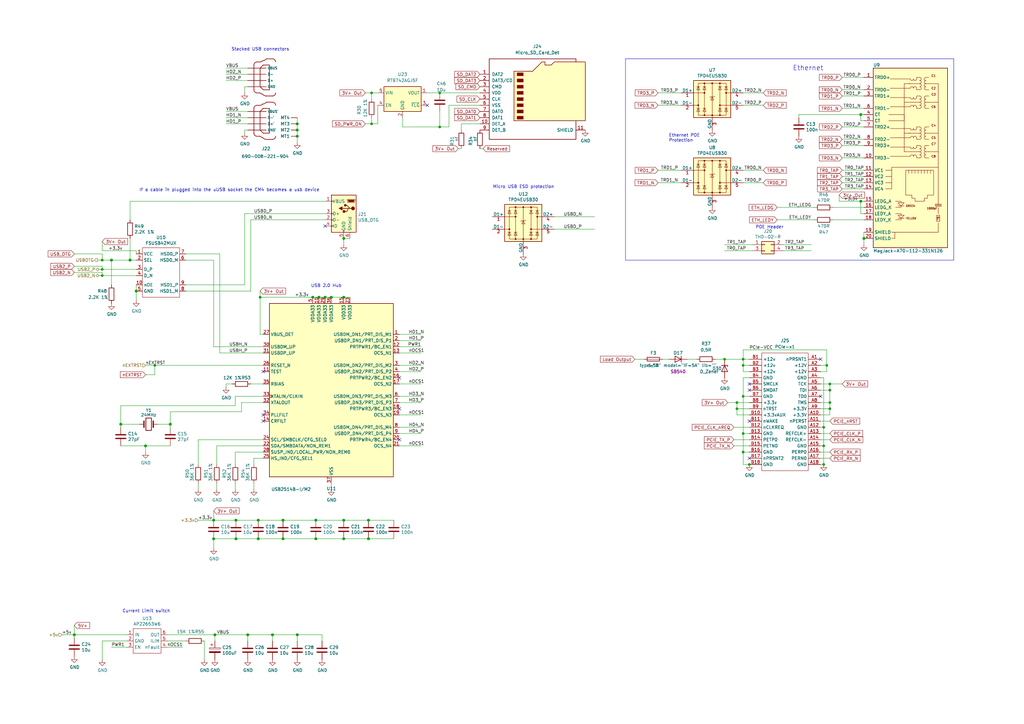
<source format=kicad_sch>
(kicad_sch (version 20211123) (generator eeschema)
  (paper "A3")
  (junction (at 30.48 260.35) (diameter 1.016))
  (junction (at 133.35 121.92) (diameter 1.016))
  (junction (at 337.82 182.88))
  (junction (at 121.92 53.34) (diameter 1.016))
  (junction (at 55.88 119.38) (diameter 1.016))
  (junction (at 353.06 82.55) (diameter 1.016))
  (junction (at 152.4 50.8))
  (junction (at 105.918 220.98) (diameter 1.016))
  (junction (at 304.8 185.42))
  (junction (at 297.18 147.32))
  (junction (at 69.85 173.99) (diameter 1.016))
  (junction (at 87.63 213.36) (diameter 1.016))
  (junction (at 340.36 165.1))
  (junction (at 45.72 106.68) (diameter 1.016))
  (junction (at 354.33 97.79) (diameter 1.016))
  (junction (at 41.91 113.03))
  (junction (at 337.82 175.26))
  (junction (at 152.4 38.1))
  (junction (at 304.8 147.32))
  (junction (at 140.97 121.92) (diameter 1.016))
  (junction (at 106.68 121.92))
  (junction (at 53.34 106.68) (diameter 1.016))
  (junction (at 140.97 213.36) (diameter 1.016))
  (junction (at 340.36 157.48))
  (junction (at 337.82 190.5))
  (junction (at 353.06 46.99) (diameter 1.016))
  (junction (at 49.53 173.99) (diameter 1.016))
  (junction (at 304.8 149.86))
  (junction (at 304.8 162.56))
  (junction (at 41.91 110.49))
  (junction (at 129.54 220.98) (diameter 1.016))
  (junction (at 121.92 55.88) (diameter 1.016))
  (junction (at 105.918 213.36) (diameter 1.016))
  (junction (at 87.63 220.98) (diameter 1.016))
  (junction (at 339.09 149.86))
  (junction (at 302.26 167.64))
  (junction (at 96.774 220.98) (diameter 1.016))
  (junction (at 128.27 121.92) (diameter 1.016))
  (junction (at 121.92 50.8) (diameter 1.016))
  (junction (at 340.36 167.64))
  (junction (at 151.13 213.36) (diameter 1.016))
  (junction (at 151.13 220.98) (diameter 1.016))
  (junction (at 41.91 106.68))
  (junction (at 116.078 213.36) (diameter 1.016))
  (junction (at 135.89 121.92) (diameter 1.016))
  (junction (at 63.5 149.86))
  (junction (at 180.34 38.1))
  (junction (at 140.97 97.79) (diameter 1.016))
  (junction (at 88.138 260.35) (diameter 1.016))
  (junction (at 129.54 213.36) (diameter 1.016))
  (junction (at 116.078 220.98) (diameter 1.016))
  (junction (at 96.774 213.36) (diameter 1.016))
  (junction (at 302.26 165.1))
  (junction (at 304.8 177.8))
  (junction (at 101.6 260.35) (diameter 1.016))
  (junction (at 140.97 220.98) (diameter 1.016))
  (junction (at 130.81 121.92) (diameter 1.016))
  (junction (at 121.92 260.35) (diameter 1.016))
  (junction (at 307.34 190.5))
  (junction (at 111.76 260.35) (diameter 1.016))
  (junction (at 59.69 182.88) (diameter 1.016))
  (junction (at 340.36 160.02))
  (junction (at 180.34 52.07))
  (no_connect (at 107.95 152.4))
  (no_connect (at 175.26 43.18))
  (no_connect (at 163.83 154.94))
  (no_connect (at 163.83 167.64))
  (no_connect (at 336.55 162.56))
  (no_connect (at 307.34 187.96))
  (no_connect (at 307.34 172.72))
  (no_connect (at 336.55 147.32))
  (no_connect (at 307.34 160.02))
  (no_connect (at 307.34 157.48))
  (no_connect (at 133.35 92.71))
  (no_connect (at 107.95 172.72))
  (no_connect (at 163.83 180.34))
  (no_connect (at 107.95 170.18))
  (wire (pts (xy 227.33 88.9) (xy 243.84 88.9)))
  (wire (pts (xy 121.92 260.35) (xy 132.08 260.35)))
  (wire (pts (xy 88.9 182.88) (xy 107.95 182.88)))
  (wire (pts (xy 111.76 260.35) (xy 111.76 262.89)))
  (wire (pts (xy 340.36 167.64) (xy 340.36 165.1)))
  (wire (pts (xy 96.52 162.56) (xy 107.95 162.56)))
  (wire (pts (xy 100.33 35.56) (xy 100.33 38.1)))
  (wire (pts (xy 121.92 260.35) (xy 121.92 262.89)))
  (wire (pts (xy 354.33 87.63) (xy 353.06 87.63)))
  (wire (pts (xy 163.83 162.56) (xy 172.72 162.56)))
  (wire (pts (xy 64.77 173.99) (xy 69.85 173.99)))
  (wire (pts (xy 318.77 90.17) (xy 334.01 90.17)))
  (wire (pts (xy 180.34 38.1) (xy 196.85 38.1)))
  (wire (pts (xy 53.34 90.17) (xy 53.34 82.55)))
  (wire (pts (xy 76.2 116.84) (xy 100.33 116.84)))
  (wire (pts (xy 81.28 180.34) (xy 107.95 180.34)))
  (wire (pts (xy 339.09 149.86) (xy 336.55 149.86)))
  (wire (pts (xy 304.8 190.5) (xy 307.34 190.5)))
  (wire (pts (xy 25.4 260.35) (xy 30.48 260.35)))
  (wire (pts (xy 304.8 43.18) (xy 313.055 43.18)))
  (wire (pts (xy 198.12 60.96) (xy 196.85 60.96)))
  (wire (pts (xy 341.63 85.09) (xy 354.33 85.09)))
  (wire (pts (xy 163.83 149.86) (xy 172.72 149.86)))
  (wire (pts (xy 345.44 39.37) (xy 354.33 39.37)))
  (wire (pts (xy 53.34 97.79) (xy 53.34 106.68)))
  (wire (pts (xy 102.87 157.48) (xy 107.95 157.48)))
  (wire (pts (xy 340.36 160.02) (xy 340.36 157.48)))
  (wire (pts (xy 337.82 154.94) (xy 337.82 175.26)))
  (wire (pts (xy 102.87 119.38) (xy 102.87 90.17)))
  (wire (pts (xy 105.918 213.36) (xy 116.078 213.36)))
  (wire (pts (xy 116.078 220.98) (xy 129.54 220.98)))
  (wire (pts (xy 304.8 149.86) (xy 307.34 149.86)))
  (wire (pts (xy 30.48 261.62) (xy 30.48 260.35)))
  (wire (pts (xy 133.35 121.92) (xy 135.89 121.92)))
  (wire (pts (xy 41.91 113.03) (xy 55.88 113.03)))
  (wire (pts (xy 104.14 190.5) (xy 104.14 187.96)))
  (wire (pts (xy 307.34 177.8) (xy 304.8 177.8)))
  (wire (pts (xy 340.36 180.34) (xy 336.55 180.34)))
  (wire (pts (xy 353.06 49.53) (xy 353.06 46.99)))
  (wire (pts (xy 104.14 198.12) (xy 104.14 200.66)))
  (wire (pts (xy 163.83 137.16) (xy 172.72 137.16)))
  (wire (pts (xy 336.55 152.4) (xy 339.09 152.4)))
  (wire (pts (xy 96.52 185.42) (xy 107.95 185.42)))
  (wire (pts (xy 304.8 185.42) (xy 304.8 190.5)))
  (wire (pts (xy 41.91 110.49) (xy 55.88 110.49)))
  (wire (pts (xy 88.138 260.35) (xy 101.6 260.35)))
  (wire (pts (xy 307.34 185.42) (xy 304.8 185.42)))
  (wire (pts (xy 107.95 137.16) (xy 106.68 137.16)))
  (wire (pts (xy 121.92 53.34) (xy 121.92 55.88)))
  (wire (pts (xy 55.88 116.84) (xy 55.88 119.38)))
  (wire (pts (xy 69.85 173.99) (xy 69.85 175.26)))
  (wire (pts (xy 140.97 220.98) (xy 151.13 220.98)))
  (wire (pts (xy 121.92 48.26) (xy 121.92 50.8)))
  (wire (pts (xy 304.8 152.4) (xy 304.8 149.86)))
  (wire (pts (xy 163.83 177.8) (xy 172.72 177.8)))
  (wire (pts (xy 180.34 52.07) (xy 180.34 45.72)))
  (wire (pts (xy 59.69 153.67) (xy 63.5 153.67)))
  (wire (pts (xy 76.2 104.14) (xy 90.17 104.14)))
  (wire (pts (xy 49.53 166.37) (xy 49.53 173.99)))
  (wire (pts (xy 152.4 48.26) (xy 152.4 50.8)))
  (wire (pts (xy 76.2 106.68) (xy 87.63 106.68)))
  (wire (pts (xy 90.17 144.78) (xy 107.95 144.78)))
  (wire (pts (xy 116.078 213.36) (xy 129.54 213.36)))
  (wire (pts (xy 269.875 69.85) (xy 279.4 69.85)))
  (wire (pts (xy 68.58 260.35) (xy 88.138 260.35)))
  (wire (pts (xy 321.31 102.87) (xy 332.74 102.87)))
  (wire (pts (xy 104.14 187.96) (xy 107.95 187.96)))
  (wire (pts (xy 163.83 182.88) (xy 172.72 182.88)))
  (wire (pts (xy 302.26 170.18) (xy 302.26 167.64)))
  (wire (pts (xy 96.52 190.5) (xy 96.52 185.42)))
  (wire (pts (xy 336.55 157.48) (xy 340.36 157.48)))
  (wire (pts (xy 152.4 50.8) (xy 149.86 50.8)))
  (wire (pts (xy 101.6 35.56) (xy 100.33 35.56)))
  (wire (pts (xy 41.91 99.06) (xy 41.91 102.87)))
  (wire (pts (xy 339.09 149.86) (xy 339.09 143.51)))
  (wire (pts (xy 163.83 139.7) (xy 172.72 139.7)))
  (wire (pts (xy 345.44 44.45) (xy 354.33 44.45)))
  (wire (pts (xy 154.94 43.18) (xy 154.94 50.8)))
  (wire (pts (xy 95.25 157.48) (xy 92.71 157.48)))
  (wire (pts (xy 87.63 224.79) (xy 87.63 220.98)))
  (wire (pts (xy 111.76 260.35) (xy 121.92 260.35)))
  (wire (pts (xy 68.58 262.89) (xy 76.2 262.89)))
  (wire (pts (xy 307.34 152.4) (xy 304.8 152.4)))
  (wire (pts (xy 106.68 121.92) (xy 128.27 121.92)))
  (wire (pts (xy 165.1 48.26) (xy 165.1 52.07)))
  (wire (pts (xy 30.48 256.54) (xy 30.48 260.35)))
  (wire (pts (xy 302.26 167.64) (xy 302.26 165.1)))
  (wire (pts (xy 88.9 198.12) (xy 88.9 200.66)))
  (wire (pts (xy 49.53 182.88) (xy 59.69 182.88)))
  (wire (pts (xy 81.28 190.5) (xy 81.28 180.34)))
  (wire (pts (xy 336.55 165.1) (xy 340.36 165.1)))
  (wire (pts (xy 40.005 106.68) (xy 41.91 106.68)))
  (wire (pts (xy 307.34 170.18) (xy 302.26 170.18)))
  (wire (pts (xy 105.918 220.98) (xy 116.078 220.98)))
  (wire (pts (xy 101.6 260.35) (xy 111.76 260.35)))
  (wire (pts (xy 135.89 121.92) (xy 140.97 121.92)))
  (wire (pts (xy 184.15 43.18) (xy 184.15 52.07)))
  (wire (pts (xy 135.89 198.12) (xy 135.89 200.66)))
  (wire (pts (xy 293.37 147.32) (xy 297.18 147.32)))
  (wire (pts (xy 30.48 260.35) (xy 52.07 260.35)))
  (wire (pts (xy 121.92 55.88) (xy 121.92 58.42)))
  (wire (pts (xy 163.83 165.1) (xy 172.72 165.1)))
  (wire (pts (xy 154.94 50.8) (xy 152.4 50.8)))
  (wire (pts (xy 300.99 182.88) (xy 307.34 182.88)))
  (wire (pts (xy 302.26 165.1) (xy 307.34 165.1)))
  (wire (pts (xy 45.72 106.68) (xy 45.72 116.84)))
  (wire (pts (xy 121.92 50.8) (xy 121.92 53.34)))
  (wire (pts (xy 100.33 87.63) (xy 133.35 87.63)))
  (wire (pts (xy 106.68 137.16) (xy 106.68 121.92)))
  (wire (pts (xy 151.13 220.98) (xy 161.544 220.98)))
  (wire (pts (xy 63.5 149.86) (xy 107.95 149.86)))
  (wire (pts (xy 100.33 116.84) (xy 100.33 87.63)))
  (wire (pts (xy 353.06 82.55) (xy 354.33 82.55)))
  (wire (pts (xy 300.99 180.34) (xy 307.34 180.34)))
  (wire (pts (xy 340.36 170.18) (xy 340.36 167.64)))
  (wire (pts (xy 340.36 187.96) (xy 336.55 187.96)))
  (wire (pts (xy 81.28 198.12) (xy 81.28 200.66)))
  (wire (pts (xy 300.99 175.26) (xy 307.34 175.26)))
  (wire (pts (xy 106.68 119.38) (xy 106.68 121.92)))
  (wire (pts (xy 101.6 262.89) (xy 101.6 260.35)))
  (wire (pts (xy 269.875 43.18) (xy 279.4 43.18)))
  (wire (pts (xy 96.774 213.36) (xy 105.918 213.36)))
  (wire (pts (xy 337.82 182.88) (xy 337.82 175.26)))
  (wire (pts (xy 187.96 60.96) (xy 189.23 60.96)))
  (wire (pts (xy 302.26 167.64) (xy 307.34 167.64)))
  (wire (pts (xy 165.1 52.07) (xy 180.34 52.07)))
  (wire (pts (xy 345.44 74.93) (xy 354.33 74.93)))
  (wire (pts (xy 92.71 157.48) (xy 92.71 158.75)))
  (wire (pts (xy 41.91 104.14) (xy 41.91 106.68)))
  (wire (pts (xy 132.08 262.89) (xy 132.08 260.35)))
  (wire (pts (xy 87.63 209.55) (xy 87.63 213.36)))
  (wire (pts (xy 41.91 109.22) (xy 41.91 110.49)))
  (wire (pts (xy 59.69 182.88) (xy 59.69 185.42)))
  (wire (pts (xy 100.33 53.34) (xy 100.33 54.61)))
  (wire (pts (xy 55.88 106.68) (xy 53.34 106.68)))
  (wire (pts (xy 307.34 147.32) (xy 304.8 147.32)))
  (wire (pts (xy 304.8 38.1) (xy 313.055 38.1)))
  (wire (pts (xy 55.88 104.14) (xy 55.88 102.87)))
  (wire (pts (xy 140.97 97.79) (xy 143.51 97.79)))
  (wire (pts (xy 227.33 93.98) (xy 243.84 93.98)))
  (wire (pts (xy 340.36 172.72) (xy 336.55 172.72)))
  (wire (pts (xy 151.13 213.36) (xy 161.544 213.36)))
  (wire (pts (xy 92.71 33.02) (xy 101.6 33.02)))
  (wire (pts (xy 45.72 265.43) (xy 52.07 265.43)))
  (wire (pts (xy 340.36 177.8) (xy 336.55 177.8)))
  (wire (pts (xy 102.87 90.17) (xy 133.35 90.17)))
  (wire (pts (xy 149.86 38.1) (xy 152.4 38.1)))
  (wire (pts (xy 88.138 260.35) (xy 88.138 262.89)))
  (wire (pts (xy 337.82 175.26) (xy 336.55 175.26)))
  (wire (pts (xy 304.8 74.93) (xy 313.055 74.93)))
  (wire (pts (xy 304.8 162.56) (xy 304.8 177.8)))
  (wire (pts (xy 339.09 143.51) (xy 304.8 143.51)))
  (wire (pts (xy 318.77 85.09) (xy 334.01 85.09)))
  (wire (pts (xy 336.55 170.18) (xy 340.36 170.18)))
  (wire (pts (xy 41.91 106.68) (xy 45.72 106.68)))
  (wire (pts (xy 129.54 213.36) (xy 140.97 213.36)))
  (wire (pts (xy 30.48 111.76) (xy 41.91 111.76)))
  (wire (pts (xy 83.82 262.89) (xy 83.82 270.51)))
  (wire (pts (xy 269.875 74.93) (xy 279.4 74.93)))
  (wire (pts (xy 340.36 185.42) (xy 336.55 185.42)))
  (wire (pts (xy 41.91 102.87) (xy 55.88 102.87)))
  (wire (pts (xy 59.69 149.86) (xy 63.5 149.86)))
  (wire (pts (xy 354.33 97.79) (xy 354.33 100.33)))
  (wire (pts (xy 345.44 69.85) (xy 354.33 69.85)))
  (wire (pts (xy 304.8 69.85) (xy 313.055 69.85)))
  (wire (pts (xy 345.44 36.83) (xy 354.33 36.83)))
  (wire (pts (xy 307.34 154.94) (xy 304.8 154.94)))
  (wire (pts (xy 271.78 147.32) (xy 274.32 147.32)))
  (wire (pts (xy 53.34 106.68) (xy 45.72 106.68)))
  (wire (pts (xy 337.82 190.5) (xy 337.82 182.88)))
  (wire (pts (xy 163.83 144.78) (xy 172.72 144.78)))
  (wire (pts (xy 88.9 190.5) (xy 88.9 182.88)))
  (wire (pts (xy 76.2 119.38) (xy 102.87 119.38)))
  (polyline (pts (xy 391.16 106.68) (xy 256.54 106.68)) (stroke (width 0) (type solid)))
  (wire (pts (xy 128.27 121.92) (xy 130.81 121.92)))
  (wire (pts (xy 336.55 190.5) (xy 337.82 190.5)))
  (wire (pts (xy 87.63 106.68) (xy 87.63 142.24)))
  (wire (pts (xy 140.97 100.33) (xy 140.97 97.79)))
  (wire (pts (xy 41.91 111.76) (xy 41.91 113.03)))
  (wire (pts (xy 281.94 147.32) (xy 285.75 147.32)))
  (wire (pts (xy 101.6 53.34) (xy 100.33 53.34)))
  (wire (pts (xy 55.88 119.38) (xy 55.88 123.19)))
  (wire (pts (xy 297.18 102.87) (xy 308.61 102.87)))
  (wire (pts (xy 336.55 160.02) (xy 340.36 160.02)))
  (wire (pts (xy 297.18 147.32) (xy 304.8 147.32)))
  (wire (pts (xy 163.83 157.48) (xy 172.72 157.48)))
  (wire (pts (xy 59.69 182.88) (xy 69.85 182.88)))
  (wire (pts (xy 52.07 262.89) (xy 41.91 262.89)))
  (wire (pts (xy 260.35 147.32) (xy 264.16 147.32)))
  (wire (pts (xy 69.85 168.91) (xy 69.85 173.99)))
  (wire (pts (xy 49.53 175.26) (xy 49.53 173.99)))
  (wire (pts (xy 345.44 59.69) (xy 354.33 59.69)))
  (wire (pts (xy 354.33 46.99) (xy 353.06 46.99)))
  (wire (pts (xy 302.26 165.1) (xy 298.45 165.1)))
  (wire (pts (xy 130.81 121.92) (xy 133.35 121.92)))
  (wire (pts (xy 307.34 162.56) (xy 304.8 162.56)))
  (wire (pts (xy 92.71 48.26) (xy 101.6 48.26)))
  (wire (pts (xy 152.4 38.1) (xy 152.4 40.64)))
  (wire (pts (xy 353.06 87.63) (xy 353.06 82.55)))
  (wire (pts (xy 345.44 31.75) (xy 354.33 31.75)))
  (wire (pts (xy 339.09 152.4) (xy 339.09 149.86)))
  (wire (pts (xy 297.18 100.33) (xy 308.61 100.33)))
  (wire (pts (xy 96.52 166.37) (xy 49.53 166.37)))
  (wire (pts (xy 327.66 46.99) (xy 353.06 46.99)))
  (wire (pts (xy 354.33 49.53) (xy 353.06 49.53)))
  (wire (pts (xy 345.44 57.15) (xy 354.33 57.15)))
  (wire (pts (xy 53.34 82.55) (xy 133.35 82.55)))
  (wire (pts (xy 92.71 45.72) (xy 101.6 45.72)))
  (wire (pts (xy 99.06 168.91) (xy 69.85 168.91)))
  (wire (pts (xy 140.97 213.36) (xy 151.13 213.36)))
  (wire (pts (xy 40.64 110.49) (xy 41.91 110.49)))
  (wire (pts (xy 345.44 64.77) (xy 354.33 64.77)))
  (wire (pts (xy 304.8 143.51) (xy 304.8 147.32)))
  (wire (pts (xy 40.64 113.03) (xy 41.91 113.03)))
  (wire (pts (xy 90.17 104.14) (xy 90.17 144.78)))
  (wire (pts (xy 87.63 220.98) (xy 96.774 220.98)))
  (wire (pts (xy 175.26 38.1) (xy 180.34 38.1)))
  (wire (pts (xy 81.28 213.36) (xy 87.63 213.36)))
  (wire (pts (xy 49.53 173.99) (xy 57.15 173.99)))
  (wire (pts (xy 92.71 30.48) (xy 101.6 30.48)))
  (wire (pts (xy 163.83 175.26) (xy 172.72 175.26)))
  (polyline (pts (xy 391.16 24.13) (xy 391.16 106.68)) (stroke (width 0) (type solid)))
  (wire (pts (xy 87.63 213.36) (xy 96.774 213.36)))
  (wire (pts (xy 344.17 82.55) (xy 353.06 82.55)))
  (wire (pts (xy 68.58 265.43) (xy 74.93 265.43)))
  (wire (pts (xy 196.85 50.8) (xy 189.23 50.8)))
  (wire (pts (xy 336.55 182.88) (xy 337.82 182.88)))
  (wire (pts (xy 140.97 121.92) (xy 143.51 121.92)))
  (wire (pts (xy 269.875 38.1) (xy 279.4 38.1)))
  (wire (pts (xy 321.31 100.33) (xy 332.74 100.33)))
  (wire (pts (xy 163.83 170.18) (xy 172.72 170.18)))
  (wire (pts (xy 30.48 109.22) (xy 41.91 109.22)))
  (wire (pts (xy 96.774 220.98) (xy 105.918 220.98)))
  (wire (pts (xy 107.95 142.24) (xy 87.63 142.24)))
  (wire (pts (xy 184.15 52.07) (xy 180.34 52.07)))
  (wire (pts (xy 189.23 50.8) (xy 189.23 53.34)))
  (wire (pts (xy 63.5 153.67) (xy 63.5 149.86)))
  (wire (pts (xy 327.66 48.26) (xy 327.66 46.99)))
  (wire (pts (xy 163.83 152.4) (xy 172.72 152.4)))
  (wire (pts (xy 345.44 72.39) (xy 354.33 72.39)))
  (wire (pts (xy 107.95 165.1) (xy 99.06 165.1)))
  (wire (pts (xy 336.55 167.64) (xy 340.36 167.64)))
  (polyline (pts (xy 256.54 106.68) (xy 256.54 24.13)) (stroke (width 0) (type solid)))
  (wire (pts (xy 340.36 165.1) (xy 340.36 160.02)))
  (wire (pts (xy 345.44 52.07) (xy 354.33 52.07)))
  (wire (pts (xy 345.44 77.47) (xy 354.33 77.47)))
  (wire (pts (xy 30.48 104.14) (xy 41.91 104.14)))
  (wire (pts (xy 96.52 198.12) (xy 96.52 200.66)))
  (wire (pts (xy 344.17 80.01) (xy 344.17 82.55)))
  (wire (pts (xy 354.33 95.25) (xy 354.33 97.79)))
  (wire (pts (xy 152.4 38.1) (xy 154.94 38.1)))
  (wire (pts (xy 341.63 90.17) (xy 354.33 90.17)))
  (wire (pts (xy 41.91 262.89) (xy 41.91 270.51)))
  (polyline (pts (xy 256.54 24.13) (xy 391.16 24.13)) (stroke (width 0) (type solid)))
  (wire (pts (xy 304.8 177.8) (xy 304.8 185.42)))
  (wire (pts (xy 92.71 50.8) (xy 101.6 50.8)))
  (wire (pts (xy 196.85 43.18) (xy 184.15 43.18)))
  (wire (pts (xy 336.55 154.94) (xy 337.82 154.94)))
  (wire (pts (xy 340.36 157.48) (xy 345.44 157.48)))
  (wire (pts (xy 92.71 27.94) (xy 101.6 27.94)))
  (wire (pts (xy 304.8 147.32) (xy 304.8 149.86)))
  (wire (pts (xy 129.54 220.98) (xy 140.97 220.98)))
  (wire (pts (xy 304.8 154.94) (xy 304.8 162.56)))
  (wire (pts (xy 96.52 162.56) (xy 96.52 166.37)))
  (wire (pts (xy 99.06 165.1) (xy 99.06 168.91)))
  (wire (pts (xy 163.83 142.24) (xy 172.72 142.24)))
  (text "Ethernet POE\nProtection" (at 274.32 58.42 0) (effects (font (size 1.27 1.27)) (justify left bottom)))
  (text "Micro USB ESD protection" (at 227.33 77.47 180) (effects (font (size 1.27 1.27)) (justify right bottom)))
  (text "Current Limit switch" (at 69.85 251.46 180) (effects (font (size 1.27 1.27)) (justify right bottom)))
  (text "Ethernet" (at 325.12 29.21 0) (effects (font (size 2.0066 2.0066)) (justify left bottom)))
  (text "Stacked USB connectors" (at 118.6688 21.0312 180) (effects (font (size 1.27 1.27)) (justify right bottom)))
  (text "If a cable in plugged into the uUSB socket the CM4 becomes a usb device" (at 57.15 78.74 0) (effects (font (size 1.27 1.27)) (justify left bottom)))
  (text "USB 2.0 Hub" (at 140.1318 118.0592 180) (effects (font (size 1.27 1.27)) (justify right bottom)))
  (text "POE Header" (at 309.88 93.98 0) (effects (font (size 1.27 1.27)) (justify left bottom)))
  (label "TRD3_P" (at 353.06 59.69 180))
  (label "TRD1_P" (at 353.06 39.37 180))
  (label "HD2_N" (at 167.64 149.86 0))
  (label "TR0_TAP" (at 305.9684 102.87 180))
  (label "TR2_TAP" (at 354.33 74.93 180))
  (label "+3.3v" (at 351.79 82.55 180))
  (label "VBUS" (at 92.71 45.72 0))
  (label "USBH_P" (at 93.98 144.78 0))
  (label "TRD1_P" (at 278.13 69.85 180))
  (label "nOCS1" (at 167.64 144.78 0))
  (label "HD4_N" (at 167.64 175.26 0))
  (label "HD2_P" (at 167.64 152.4 0))
  (label "+3.3v" (at 120.904 121.92 0))
  (label "HD2_N" (at 92.71 30.48 0))
  (label "TR1_TAP" (at 306.07 100.33 180))
  (label "TR3_TAP" (at 354.33 77.47 180))
  (label "TRD0_P" (at 353.06 31.75 180))
  (label "PCIe-VCC" (at 307.34 143.51 0))
  (label "ETH_LEDG" (at 332.74 85.09 180))
  (label "TRD2_N" (at 312.42 38.1 180))
  (label "+3.3v" (at 44.45 102.87 0))
  (label "ETH_LEDY" (at 332.74 90.17 180))
  (label "USBD_N" (at 104.14 90.17 0))
  (label "USBD_P" (at 231.14 93.98 0))
  (label "TRD1_N" (at 278.13 74.93 180))
  (label "TR2_TAP" (at 329.8698 100.33 180))
  (label "+3.3v" (at 81.28 213.36 0))
  (label "HD2_P" (at 92.71 33.02 0))
  (label "TRD2_P" (at 312.42 43.18 180))
  (label "TR1_TAP" (at 354.33 72.39 180))
  (label "USBD_N" (at 231.14 88.9 0))
  (label "TRD0_N" (at 353.06 36.83 180))
  (label "TRD3_N" (at 278.13 43.18 180))
  (label "TRD3_P" (at 278.13 38.1 180))
  (label "TRD2_P" (at 353.06 52.07 180))
  (label "HD1_N" (at 167.64 137.16 0))
  (label "TR3_TAP" (at 329.8444 102.87 180))
  (label "USBH_N" (at 93.98 142.24 0))
  (label "TRD1_N" (at 353.06 44.45 180))
  (label "+5v" (at 25.4 260.35 0))
  (label "PWR1" (at 45.72 265.43 0))
  (label "TRD2_N" (at 353.06 57.15 180))
  (label "HD3_P" (at 167.64 165.1 0))
  (label "HD1_P" (at 167.64 139.7 0))
  (label "HD4_P" (at 167.64 177.8 0))
  (label "nOCS1" (at 167.64 170.18 0))
  (label "VBUS" (at 92.71 27.94 0))
  (label "HD1_P" (at 92.71 50.8 0))
  (label "TR0_TAP" (at 354.33 69.85 180))
  (label "nOCS1" (at 167.64 157.48 0))
  (label "USBD_P" (at 104.14 87.63 0))
  (label "TRD0_N" (at 312.42 69.85 180))
  (label "TRD3_N" (at 353.06 64.77 180))
  (label "HD1_N" (at 92.71 48.26 0))
  (label "PWR1" (at 172.72 142.24 180))
  (label "nOCS1" (at 68.58 265.43 0))
  (label "nOCS1" (at 167.64 182.88 0))
  (label "TRD0_P" (at 312.42 74.93 180))
  (label "VBUS" (at 88.9 260.35 0))
  (label "nEXTRST" (at 59.69 149.86 0))
  (label "HD3_N" (at 167.64 162.56 0))
  (global_label "TRD2_P" (shape input) (at 345.44 52.07 180) (property "Referenzen zwischen Schaltplänen" "${INTERSHEET_REFS}" (effects hide)))
  (global_label "PCIE_nRST" (shape input) (at 340.36 172.72 0) (property "Intersheet References" "${INTERSHEET_REFS}" (effects hide)))
  (global_label "SD_DAT0" (shape input) (at 196.85 45.72 180) (property "Intersheet References" "${INTERSHEET_REFS}" (effects hide)))
  (global_label "3V+ Out" (shape input) (at 345.44 157.48 0) (property "Intersheet References" "${INTERSHEET_REFS}" (effects hide)))
  (global_label "TRD0_N" (shape input) (at 345.44 36.83 180) (property "Referenzen zwischen Schaltplänen" "${INTERSHEET_REFS}" (effects hide)))
  (global_label "3V+ Out" (shape input) (at 149.86 38.1 180) (property "Intersheet References" "${INTERSHEET_REFS}" (effects hide)))
  (global_label "PCIE_CLK_nREQ" (shape input) (at 300.99 175.26 180) (property "Intersheet References" "${INTERSHEET_REFS}" (effects hide)))
  (global_label "SD_DAT3" (shape input) (at 196.85 33.02 180) (property "Intersheet References" "${INTERSHEET_REFS}" (effects hide)))
  (global_label "nEXTRST" (shape input) (at 59.69 153.67 180) (property "Referenzen zwischen Schaltplänen" "${INTERSHEET_REFS}" (effects hide)))
  (global_label "TR3_TAP" (shape input) (at 345.44 77.47 180) (property "Referenzen zwischen Schaltplänen" "${INTERSHEET_REFS}" (effects hide)))
  (global_label "TRD3_N" (shape input) (at 345.44 64.77 180) (property "Referenzen zwischen Schaltplänen" "${INTERSHEET_REFS}" (effects hide)))
  (global_label "SD_CMD" (shape input) (at 196.85 35.56 180) (property "Intersheet References" "${INTERSHEET_REFS}" (effects hide)))
  (global_label "TRD2_P" (shape input) (at 313.055 43.18 0) (property "Referenzen zwischen Schaltplänen" "${INTERSHEET_REFS}" (effects hide)))
  (global_label "3V+ Out" (shape input) (at 187.96 60.96 180) (property "Intersheet References" "${INTERSHEET_REFS}" (effects hide)))
  (global_label "USB_OTG" (shape input) (at 30.48 104.14 180) (property "Referenzen zwischen Schaltplänen" "${INTERSHEET_REFS}" (effects hide)))
  (global_label "TR2_TAP" (shape input) (at 345.44 74.93 180) (property "Referenzen zwischen Schaltplänen" "${INTERSHEET_REFS}" (effects hide)))
  (global_label "TRD2_N" (shape input) (at 345.44 57.15 180) (property "Referenzen zwischen Schaltplänen" "${INTERSHEET_REFS}" (effects hide)))
  (global_label "SD_DAT2" (shape input) (at 196.85 30.48 180) (property "Intersheet References" "${INTERSHEET_REFS}" (effects hide)))
  (global_label "PCIE_RX_P" (shape input) (at 340.36 185.42 0) (property "Intersheet References" "${INTERSHEET_REFS}" (effects hide)))
  (global_label "ETH_LEDY" (shape input) (at 318.77 90.17 180) (property "Referenzen zwischen Schaltplänen" "${INTERSHEET_REFS}" (effects hide)))
  (global_label "SD_PWR_ON" (shape input) (at 149.86 50.8 180) (property "Intersheet References" "${INTERSHEET_REFS}" (effects hide)))
  (global_label "PCIE_CLK_N" (shape input) (at 340.36 180.34 0) (property "Intersheet References" "${INTERSHEET_REFS}" (effects hide)))
  (global_label "TRD1_P" (shape input) (at 269.875 69.85 180) (property "Referenzen zwischen Schaltplänen" "${INTERSHEET_REFS}" (effects hide)))
  (global_label "TRD3_N" (shape input) (at 269.875 43.18 180) (property "Referenzen zwischen Schaltplänen" "${INTERSHEET_REFS}" (effects hide)))
  (global_label "PCIE_TX_N" (shape input) (at 300.99 182.88 180) (property "Intersheet References" "${INTERSHEET_REFS}" (effects hide)))
  (global_label "Reserved" (shape input) (at 198.12 60.96 0) (property "Intersheet References" "${INTERSHEET_REFS}" (effects hide)))
  (global_label "USB2_N" (shape input) (at 30.48 111.76 180) (property "Referenzen zwischen Schaltplänen" "${INTERSHEET_REFS}" (effects hide)))
  (global_label "3V+ Out" (shape input) (at 106.68 119.38 0) (property "Intersheet References" "${INTERSHEET_REFS}" (effects hide)))
  (global_label "TR0_TAP" (shape input) (at 345.44 69.85 180) (property "Referenzen zwischen Schaltplänen" "${INTERSHEET_REFS}" (effects hide)))
  (global_label "ETH_LEDG" (shape input) (at 318.77 85.09 180) (property "Referenzen zwischen Schaltplänen" "${INTERSHEET_REFS}" (effects hide)))
  (global_label "USB2_P" (shape input) (at 30.48 109.22 180) (property "Referenzen zwischen Schaltplänen" "${INTERSHEET_REFS}" (effects hide)))
  (global_label "PCIE_TX_P" (shape input) (at 300.99 180.34 180) (property "Intersheet References" "${INTERSHEET_REFS}" (effects hide)))
  (global_label "5V+" (shape input) (at 30.48 256.54 0) (property "Intersheet References" "${INTERSHEET_REFS}" (effects hide)))
  (global_label "PCIE_CLK_P" (shape input) (at 340.36 177.8 0) (property "Intersheet References" "${INTERSHEET_REFS}" (effects hide)))
  (global_label "TRD0_P" (shape input) (at 313.055 74.93 0) (property "Referenzen zwischen Schaltplänen" "${INTERSHEET_REFS}" (effects hide)))
  (global_label "TRD0_N" (shape input) (at 313.055 69.85 0) (property "Referenzen zwischen Schaltplänen" "${INTERSHEET_REFS}" (effects hide)))
  (global_label "PCIE_RX_N" (shape input) (at 340.36 187.96 0) (property "Intersheet References" "${INTERSHEET_REFS}" (effects hide)))
  (global_label "TRD3_P" (shape input) (at 345.44 59.69 180) (property "Referenzen zwischen Schaltplänen" "${INTERSHEET_REFS}" (effects hide)))
  (global_label "SD_CLK" (shape input) (at 196.85 40.64 180) (property "Intersheet References" "${INTERSHEET_REFS}" (effects hide)))
  (global_label "Load Output" (shape input) (at 260.35 147.32 180) (property "Intersheet References" "${INTERSHEET_REFS}" (effects hide)))
  (global_label "3V+ Out" (shape input) (at 41.91 99.06 0) (property "Intersheet References" "${INTERSHEET_REFS}" (effects hide)))
  (global_label "TRD1_N" (shape input) (at 269.875 74.93 180) (property "Referenzen zwischen Schaltplänen" "${INTERSHEET_REFS}" (effects hide)))
  (global_label "TRD1_P" (shape input) (at 345.44 39.37 180) (property "Referenzen zwischen Schaltplänen" "${INTERSHEET_REFS}" (effects hide)))
  (global_label "3V+ Out" (shape input) (at 344.17 80.01 0) (property "Intersheet References" "${INTERSHEET_REFS}" (effects hide)))
  (global_label "TR1_TAP" (shape input) (at 345.44 72.39 180) (property "Referenzen zwischen Schaltplänen" "${INTERSHEET_REFS}" (effects hide)))
  (global_label "TRD1_N" (shape input) (at 345.44 44.45 180) (property "Referenzen zwischen Schaltplänen" "${INTERSHEET_REFS}" (effects hide)))
  (global_label "TRD2_N" (shape input) (at 313.055 38.1 0) (property "Referenzen zwischen Schaltplänen" "${INTERSHEET_REFS}" (effects hide)))
  (global_label "TRD3_P" (shape input) (at 269.875 38.1 180) (property "Referenzen zwischen Schaltplänen" "${INTERSHEET_REFS}" (effects hide)))
  (global_label "3V+ Out" (shape input) (at 298.45 165.1 180) (property "Intersheet References" "${INTERSHEET_REFS}" (effects hide)))
  (global_label "SD_DAT1" (shape input) (at 196.85 48.26 180) (property "Intersheet References" "${INTERSHEET_REFS}" (effects hide)))
  (global_label "3V+ Out" (shape input) (at 87.63 209.55 0) (property "Intersheet References" "${INTERSHEET_REFS}" (effects hide)))
  (global_label "TRD0_P" (shape input) (at 345.44 31.75 180) (property "Referenzen zwischen Schaltplänen" "${INTERSHEET_REFS}" (effects hide)))
  (hierarchical_label "USB2_P" (shape bidirectional) (at 40.64 110.49 180))
  (hierarchical_label "nEXTRST" (shape input) (at 59.69 149.86 180))
  (hierarchical_label "USB2_N" (shape bidirectional) (at 40.64 113.03 180))
  (hierarchical_label "USBOTG" (shape output) (at 40.005 106.68 180))
  (hierarchical_label "+5v" (shape input) (at 25.4 260.35 180))
  (hierarchical_label "+3.3v" (shape input) (at 81.28 213.36 180))
  (symbol (lib_id "power:GND") (at 101.6 270.51 0) (unit 1)
    (property "Reference" "#PWR0182" (effects hide))
    (property "Value" "GND" (at 101.727 274.9042 0))
  )
  (symbol (lib_id "Device:C") (at 327.66 52.07 0) (unit 1)
    (property "Reference" "C13" (at 330.581 50.9016 0) (effects (justify left)))
    (property "Value" "100n" (at 330.581 53.213 0) (effects (justify left)))
    (property "Footprint" "Capacitor_SMD:C_0805_2012Metric" (effects hide))
    (property "Datasheet" "https://search.murata.co.jp/Ceramy/image/img/A01X/G101/ENG/GRM155R71C104KA88-01.pdf" (effects hide))
    (property "Field4" "Farnell" (effects hide))
    (property "Field5" "2611911" (effects hide))
    (property "Field6" "RM EMK105 B7104KV-F" (effects hide))
    (property "Field7" "TAIYO YUDEN EUROPE GMBH" (effects hide))
    (property "Part Description" "	0.1uF 10% 16V Ceramic Capacitor X7R 0402 (1005 Metric)" (effects hide))
    (property "Field8" "110091611" (effects hide))
    (property "buy" "https://www.mouser.co.uk/ProductDetail/Taiyo-Yuden/EMK105B7104KV-F?qs=I6KAKw0tg2zh%2FgcsvxyDgg%3D%3D" (effects hide))
  )
  (symbol (lib_id "Device:R") (at 45.72 120.65 0) (unit 1)
    (property "Reference" "R48" (at 40.005 119.38 0) (effects (justify left)))
    (property "Value" "2.2K 1%" (at 36.195 121.92 0) (effects (justify left)))
    (property "Footprint" "Resistor_SMD:R_0805_2012Metric" (effects hide))
    (property "Datasheet" "https://fscdn.rohm.com/en/products/databook/datasheet/passive/resistor/chip_resistor/mcr-e.pdf" (effects hide))
    (property "Field4" "Farnell" (effects hide))
    (property "Field5" "9239278" (effects hide))
    (property "Field7" "KOA EUROPE GMBH" (effects hide))
    (property "Field6" "RK73G1ETQTP2201D         " (effects hide))
    (property "Part Description" "Resistor 2.2K M1005 1% 63mW" (effects hide))
    (property "Field8" "120889581" (effects hide))
    (property "buy" "https://www.mouser.co.uk/ProductDetail/YAGEO/RT0805BRD072K2L?qs=%2Ff7pOCXLR5c9JYUwCogkxQ%3D%3D" (effects hide))
  )
  (symbol (lib_id "Device:C") (at 129.54 217.17 0) (unit 1)
    (property "Reference" "C20" (at 132.461 216.0016 0) (effects (justify left)))
    (property "Value" "100n" (at 132.461 218.313 0) (effects (justify left)))
    (property "Footprint" "Capacitor_SMD:C_0805_2012Metric" (effects hide))
    (property "Datasheet" "https://search.murata.co.jp/Ceramy/image/img/A01X/G101/ENG/GRM155R71C104KA88-01.pdf" (effects hide))
    (property "Field4" "Farnell" (effects hide))
    (property "Field5" "2611911" (effects hide))
    (property "Field6" "RM EMK105 B7104KV-F" (effects hide))
    (property "Field7" "TAIYO YUDEN EUROPE GMBH" (effects hide))
    (property "Part Description" "	0.1uF 10% 16V Ceramic Capacitor X7R 0402 (1005 Metric)" (effects hide))
    (property "Field8" "110091611" (effects hide))
    (property "buy" "https://www.mouser.co.uk/ProductDetail/KEMET/C0805C104K8RACAUTO?qs=ds50AKTGxA8vmn6TMGYnqg%3D%3D" (effects hide))
  )
  (symbol (lib_id "Device:C") (at 180.34 41.91 0) (unit 1)
    (property "Reference" "C46" (at 179.07 34.29 0) (effects (justify left)))
    (property "Value" "10u" (at 179.07 36.83 0) (effects (justify left)))
    (property "Footprint" "Capacitor_SMD:C_0805_2012Metric" (effects hide))
    (property "Datasheet" "https://search.murata.co.jp/Ceramy/image/img/A01X/G101/ENG/GRM21BR71A106KA73-01.pdf" (effects hide))
    (property "Field5" "490-14381-1-ND" (effects hide))
    (property "Field4" "Digikey" (effects hide))
    (property "Field6" "GRM21BR71A106KA73L" (effects hide))
    (property "Field7" "Murata" (effects hide))
    (property "Part Description" "	10uF 10% 10V Ceramic Capacitor X7R 0805 (2012 Metric)" (effects hide))
    (property "Field8" "111893011" (effects hide))
    (property "buy" "https://www.mouser.co.uk/ProductDetail/Murata-Electronics/GRM21BR71A106KA73K?qs=QzBtWTOodeUGp6CMAlHyIg%3D%3D" (effects hide))
  )
  (symbol (lib_id "power:GND") (at 88.138 270.51 0) (unit 1)
    (property "Reference" "#PWR0175" (effects hide))
    (property "Value" "GND" (at 88.265 274.9042 0))
  )
  (symbol (lib_id "power:GND") (at 135.89 200.66 0) (unit 1)
    (property "Reference" "#PWR0189" (effects hide))
    (property "Value" "GND" (at 136.017 205.0542 0))
  )
  (symbol (lib_id "Power_Management:RT9742AGJ5F") (at 165.1 40.64 0) (unit 1)
    (property "Reference" "U23" (at 165.1 30.48 0))
    (property "Value" "RT9742AGJ5F" (at 165.1 33.02 0))
    (property "Footprint" "Package_TO_SOT_SMD:TSOT-23-5" (effects hide))
    (property "Datasheet" "https://www.richtek.com/assets/product_file/RT9742/DS9742-10.pdf" (effects hide))
    (property "buy" "https://www.digikey.de/en/products/detail/richtek-usa-inc/RT9742AGJ5F/5880509" (effects hide))
    (property "alt buy" "https://www.micro-semiconductor.de/products/Richtek/RT9742AGJ5F" (effects hide))
  )
  (symbol (lib_id "Device:C") (at 161.544 217.17 0) (unit 1)
    (property "Reference" "C23" (at 164.465 216.0016 0) (effects (justify left)))
    (property "Value" "100n" (at 164.465 218.313 0) (effects (justify left)))
    (property "Footprint" "Capacitor_SMD:C_0805_2012Metric" (effects hide))
    (property "Datasheet" "https://search.murata.co.jp/Ceramy/image/img/A01X/G101/ENG/GRM155R71C104KA88-01.pdf" (effects hide))
    (property "Field4" "Farnell" (effects hide))
    (property "Field5" "2611911" (effects hide))
    (property "Field6" "RM EMK105 B7104KV-F" (effects hide))
    (property "Field7" "TAIYO YUDEN EUROPE GMBH" (effects hide))
    (property "Part Description" "	0.1uF 10% 16V Ceramic Capacitor X7R 0402 (1005 Metric)" (effects hide))
    (property "Field8" "110091611" (effects hide))
    (property "buy" "https://www.mouser.co.uk/ProductDetail/KEMET/C0805C104K8RACAUTO?qs=ds50AKTGxA8vmn6TMGYnqg%3D%3D" (effects hide))
  )
  (symbol (lib_id "CM4IO:TPD4EUSB30") (at 292.1 72.39 0) (unit 1)
    (property "Reference" "U8" (at 292.1 60.5282 0))
    (property "Value" "TPD4EUSB30" (at 292.1 62.8396 0))
    (property "Footprint" "Package_SON:USON-10_2.5x1.0mm_P0.5mm" (effects hide))
    (property "Datasheet" "http://www.ti.com/lit/ds/symlink/tpd2eusb30a.pdf" (effects hide))
    (property "Field4" "Farnell" (effects hide))
    (property "Field5" "2335455" (effects hide))
    (property "Field6" "CDDFN10-3324P-13" (effects hide))
    (property "Field7" "Bourns" (effects hide))
    (property "Field8" "UDIO00346" (effects hide))
    (property "Part Description" "Quad TVS diode for high speed signals (USB3, GigE etc.)" (effects hide))
    (property "buy" "https://www.mouser.co.uk/ProductDetail/Bourns/CDDFN10-3324P?qs=3CaSHoNeR5u5NeuGJGyaBA%3D%3D" (effects hide))
  )
  (symbol (lib_id "power:GND") (at 83.82 270.51 0) (unit 1)
    (property "Reference" "#PWR0174" (effects hide))
    (property "Value" "GND" (at 83.947 274.9042 0))
  )
  (symbol (lib_id "power:GND") (at 92.71 158.75 0) (unit 1)
    (property "Reference" "#PWR0193" (effects hide))
    (property "Value" "GND" (at 92.837 163.1442 0))
  )
  (symbol (lib_id "power:GND") (at 100.33 54.61 0) (unit 1)
    (property "Reference" "#PWR0179" (effects hide))
    (property "Value" "GND" (at 100.457 59.0042 0))
  )
  (symbol (lib_id "Device:R") (at 81.28 194.31 0) (unit 1)
    (property "Reference" "R50" (at 76.835 196.215 90) (effects (justify left)))
    (property "Value" "36K 1%" (at 78.74 197.485 90) (effects (justify left)))
    (property "Footprint" "Resistor_SMD:R_0805_2012Metric" (effects hide))
    (property "Datasheet" "https://fscdn.rohm.com/en/products/databook/datasheet/passive/resistor/chip_resistor/mcr-e.pdf" (effects hide))
    (property "Field4" "Farnell" (effects hide))
    (property "Field5" "1458788" (effects hide))
    (property "Field7" "Rohm" (effects hide))
    (property "Field6" "MCR01MZPF3602" (effects hide))
    (property "Part Description" "Resistor 36K M1005 1% 63mW" (effects hide))
    (property "buy" "https://www.mouser.co.uk/ProductDetail/YAGEO/RT0805BRD0736KL?qs=aZCcseWLxnuVlKhUxCVglw%3D%3D" (effects hide))
  )
  (symbol (lib_id "power:GND") (at 30.48 269.24 0) (unit 1)
    (property "Reference" "#PWR0172" (effects hide))
    (property "Value" "GND" (at 30.607 273.6342 0))
  )
  (symbol (lib_id "Connector:USB_OTG") (at 140.97 87.63 0) (mirror y) (unit 1)
    (property "Reference" "J21" (at 146.812 87.9094 0) (effects (justify right)))
    (property "Value" "USB_OTG" (at 146.812 90.2208 0) (effects (justify right)))
    (property "Footprint" "CM4IO:USB_Micro-B_EDAC_UCON00686" (effects hide))
    (property "Datasheet" "https://cdn.amphenol-icc.com/media/wysiwyg/files/documentation/datasheet/inputoutput/io_usb_micro.pd" (effects hide))
    (property "Field4" "Digikey" (effects hide))
    (property "Field5" "609-4050-2-ND" (effects hide))
    (property "Field6" "690-005-298-486" (effects hide))
    (property "Field7" "EDAC" (effects hide))
    (property "Part Description" "USB - micro B USB 2.0 Receptacle Connector 5 Position Surface Mount, Right Angle; Through Hole" (effects hide))
    (property "Field8" "UCON00686" (effects hide))
    (property "buy" "https://www.mouser.co.uk/ProductDetail/Amphenol-FCI/10103594-0001LF?qs=EnLMdcWnKABYZwdMsmC%2Fag%3D%3D" (effects hide))
  )
  (symbol (lib_id "power:GND") (at 81.28 200.66 0) (unit 1)
    (property "Reference" "#PWR0191" (effects hide))
    (property "Value" "GND" (at 81.407 205.0542 0))
  )
  (symbol (lib_id "Device:Crystal") (at 60.96 173.99 0) (unit 1)
    (property "Reference" "Y1" (at 60.96 168.275 0))
    (property "Value" "24MHz" (at 60.96 170.18 0))
    (property "Footprint" "Crystal:Crystal_SMD_HC49-SD" (effects hide))
    (property "Field4" "Farnell" (effects hide))
    (property "Field5" "2508493" (effects hide))
    (property "Field7" "AEL" (effects hide))
    (property "Field6" "X24M000000S128" (effects hide))
    (property "Part Description" "24MHz Crystal 18pf 30ppm 30ppm" (effects hide))
    (property "buy" "https://de.farnell.com/qantek-technology-corporation/qcs24-0000f18b23m/quarz-24mhz-18pf-12-5mm-x-4-6mm/dp/2508493" (effects hide))
    (property "alt buy" "https://www.conrad.de/de/p/euroquartz-quarzkristall-quarz-hc49-smd-smd-2-24-000-mhz-18-pf-11-35-mm-4-7-mm-4-2-mm-1-st-156467.html" (effects hide))
  )
  (symbol (lib_id "power:GND") (at 45.72 124.46 0) (unit 1)
    (property "Reference" "#PWR0195" (effects hide))
    (property "Value" "GND" (at 45.847 128.8542 0))
  )
  (symbol (lib_id "power:GND") (at 214.63 104.14 0) (unit 1)
    (property "Reference" "#PWR0176" (effects hide))
    (property "Value" "GND" (at 214.757 108.5342 0))
  )
  (symbol (lib_id "Device:C") (at 121.92 266.7 0) (unit 1)
    (property "Reference" "C28" (at 124.841 265.5316 0) (effects (justify left)))
    (property "Value" "10u" (at 124.841 267.843 0) (effects (justify left)))
    (property "Footprint" "Capacitor_SMD:C_0805_2012Metric" (effects hide))
    (property "Datasheet" "https://search.murata.co.jp/Ceramy/image/img/A01X/G101/ENG/GRM21BR71A106KA73-01.pdf" (effects hide))
    (property "Field5" "490-14381-1-ND" (effects hide))
    (property "Field4" "Digikey" (effects hide))
    (property "Field6" "GRM21BR71A106KA73L" (effects hide))
    (property "Field7" "Murata" (effects hide))
    (property "Part Description" "	10uF 10% 10V Ceramic Capacitor X7R 0805 (2012 Metric)" (effects hide))
    (property "Field8" "111893011" (effects hide))
    (property "buy" "https://www.mouser.co.uk/ProductDetail/Murata-Electronics/GRM21BR71A106KA73K?qs=QzBtWTOodeUGp6CMAlHyIg%3D%3D" (effects hide))
  )
  (symbol (lib_id "Device:R") (at 104.14 194.31 0) (unit 1)
    (property "Reference" "R54" (at 99.695 196.215 90) (effects (justify left)))
    (property "Value" "36K 1%" (at 101.6 197.485 90) (effects (justify left)))
    (property "Footprint" "Resistor_SMD:R_0805_2012Metric" (effects hide))
    (property "Datasheet" "https://fscdn.rohm.com/en/products/databook/datasheet/passive/resistor/chip_resistor/mcr-e.pdf" (effects hide))
    (property "Field4" "Farnell" (effects hide))
    (property "Field5" "1458788" (effects hide))
    (property "Field7" "Rohm" (effects hide))
    (property "Field6" "MCR01MZPF3602" (effects hide))
    (property "Part Description" "Resistor 36K M1005 1% 63mW" (effects hide))
    (property "buy" "https://www.mouser.co.uk/ProductDetail/YAGEO/RT0805BRD0736KL?qs=aZCcseWLxnuVlKhUxCVglw%3D%3D" (effects hide))
  )
  (symbol (lib_id "power:GND") (at 121.92 58.42 0) (unit 1)
    (property "Reference" "#PWR0180" (effects hide))
    (property "Value" "GND" (at 122.047 62.8142 0))
  )
  (symbol (lib_id "Device:C") (at 69.85 179.07 0) (unit 1)
    (property "Reference" "C15" (at 72.771 177.9016 0) (effects (justify left)))
    (property "Value" "27pF" (at 72.771 180.213 0) (effects (justify left)))
    (property "Footprint" "Resistor_SMD:R_0805_2012Metric" (effects hide))
    (property "Datasheet" "https://search.murata.co.jp/Ceramy/image/img/A01X/G101/ENG/GJM1555C1H270JB01-01.pdf" (effects hide))
    (property "Field8" "UCAP00738 " (effects hide))
    (property "Field5" "490-17672-1-ND" (effects hide))
    (property "Field6" "GJM1555C1H270JB01D" (effects hide))
    (property "Field7" "Murata" (effects hide))
    (property "Part Description" "	27pF 5% 50V Ceramic Capacitor C0G, NP0 0402 (1005 Metric)" (effects hide))
    (property "Field4" "Digikey" (effects hide))
    (property "buy" "https://www.mouser.co.uk/ProductDetail/YAGEO/CC0805JRNPO9BN270?qs=AgBp2OyFlx9Odvxw0B3RXQ%3D%3D" (effects hide))
  )
  (symbol (lib_id "power:GND") (at 41.91 270.51 0) (unit 1)
    (property "Reference" "#PWR0173" (effects hide))
    (property "Value" "GND" (at 42.037 274.9042 0))
  )
  (symbol (lib_id "power:GND") (at 104.14 200.66 0) (unit 1)
    (property "Reference" "#PWR0187" (effects hide))
    (property "Value" "GND" (at 104.267 205.0542 0))
  )
  (symbol (lib_id "CM4IO:TPD4EUSB30") (at 214.63 91.44 0) (unit 1)
    (property "Reference" "U12" (at 214.63 79.5782 0))
    (property "Value" "TPD4EUSB30" (at 214.63 81.8896 0))
    (property "Footprint" "Package_SON:USON-10_2.5x1.0mm_P0.5mm" (effects hide))
    (property "Datasheet" "http://www.ti.com/lit/ds/symlink/tpd2eusb30a.pdf" (effects hide))
    (property "Field4" "Farnell" (effects hide))
    (property "Field5" "2335455" (effects hide))
    (property "Field6" "CDDFN10-3324P-13" (effects hide))
    (property "Field7" "Bourns" (effects hide))
    (property "Field8" "UDIO00346" (effects hide))
    (property "Part Description" "Quad TVS diode for high speed signals (USB3, GigE etc.)" (effects hide))
    (property "buy" "https://www.mouser.co.uk/ProductDetail/Bourns/CDDFN10-3324P?qs=3CaSHoNeR5u5NeuGJGyaBA%3D%3D" (effects hide))
  )
  (symbol (lib_id "Device:R") (at 99.06 157.48 90) (unit 1)
    (property "Reference" "R53" (at 102.87 154.94 90) (effects (justify left)))
    (property "Value" "12K 1%" (at 99.06 154.94 90) (effects (justify left)))
    (property "Footprint" "Capacitor_SMD:C_0805_2012Metric" (effects hide))
    (property "Datasheet" "https://fscdn.rohm.com/en/products/databook/datasheet/passive/resistor/chip_resistor/mcr-e.pdf" (effects hide))
    (property "Field4" "Farnell" (effects hide))
    (property "Field5" "9239367" (effects hide))
    (property "Field7" "Rohm" (effects hide))
    (property "Field6" "MCR01MZPF1202" (effects hide))
    (property "Part Description" "Resistor 12K M1005 1% 63mW" (effects hide))
    (property "buy" "https://www.mouser.co.uk/ProductDetail/YAGEO/RT0805FRE0712KL?qs=Fz%2FrpjPuTcEsMVJVfZA0Xw%3D%3D" (effects hide))
  )
  (symbol (lib_id "power:GND") (at 96.52 200.66 0) (unit 1)
    (property "Reference" "#PWR0186" (effects hide))
    (property "Value" "GND" (at 96.647 205.0542 0))
  )
  (symbol (lib_id "Device:R") (at 152.4 44.45 180) (unit 1)
    (property "Reference" "R30" (at 147.32 43.18 90) (effects (justify left)))
    (property "Value" "12K 1%" (at 149.86 40.64 90) (effects (justify left)))
    (property "Footprint" "Resistor_SMD:R_0805_2012Metric" (effects hide))
    (property "Datasheet" "https://fscdn.rohm.com/en/products/databook/datasheet/passive/resistor/chip_resistor/mcr-e.pdf" (effects hide))
    (property "Field4" "Farnell" (effects hide))
    (property "Field5" "9239375" (effects hide))
    (property "Field6" "MCR01MZPF1502" (effects hide))
    (property "Field7" "Rohm" (effects hide))
    (property "Part Description" "Resistor 15K M1005 1% 63mW" (effects hide))
    (property "Field8" "120891581" (effects hide))
    (property "buy" "https://www.mouser.co.uk/ProductDetail/YAGEO/RT0805FRE0712KL?qs=Fz%2FrpjPuTcEsMVJVfZA0Xw%3D%3D" (effects hide))
  )
  (symbol (lib_id "power:GND") (at 327.66 55.88 0) (unit 1)
    (property "Reference" "#PWR0171" (effects hide))
    (property "Value" "GND" (at 327.787 60.2742 0))
  )
  (symbol (lib_id "power:GND") (at 240.03 53.34 0) (unit 1)
    (property "Reference" "#PWR0207" (effects hide))
    (property "Value" "GND" (at 240.157 57.7342 0))
  )
  (symbol (lib_id "power:GND") (at 121.92 270.51 0) (unit 1)
    (property "Reference" "#PWR0183" (effects hide))
    (property "Value" "GND" (at 122.047 274.9042 0))
  )
  (symbol (lib_id "power:GND") (at 354.33 100.33 0) (unit 1)
    (property "Reference" "#PWR0168" (effects hide))
    (property "Value" "GND" (at 354.457 104.7242 0))
  )
  (symbol (lib_id "power:GND") (at 59.69 185.42 0) (unit 1)
    (property "Reference" "#PWR0190" (effects hide))
    (property "Value" "GND" (at 59.817 189.8142 0))
  )
  (symbol (lib_id "Device:C") (at 132.08 266.7 0) (unit 1)
    (property "Reference" "C29" (at 135.001 265.5316 0) (effects (justify left)))
    (property "Value" "10u" (at 135.001 267.843 0) (effects (justify left)))
    (property "Footprint" "Capacitor_SMD:C_0805_2012Metric" (effects hide))
    (property "Datasheet" "https://search.murata.co.jp/Ceramy/image/img/A01X/G101/ENG/GRM21BR71A106KA73-01.pdf" (effects hide))
    (property "Field5" "490-14381-1-ND" (effects hide))
    (property "Field4" "Digikey" (effects hide))
    (property "Field6" "GRM21BR71A106KA73L" (effects hide))
    (property "Field7" "Murata" (effects hide))
    (property "Part Description" "	10uF 10% 10V Ceramic Capacitor X7R 0805 (2012 Metric)" (effects hide))
    (property "Field8" "111893011" (effects hide))
    (property "buy" "https://www.mouser.co.uk/ProductDetail/Murata-Electronics/GRM21BR71A106KA73K?qs=QzBtWTOodeUGp6CMAlHyIg%3D%3D" (effects hide))
  )
  (symbol (lib_id "Device:R") (at 96.52 194.31 0) (unit 1)
    (property "Reference" "R52" (at 92.075 196.215 90) (effects (justify left)))
    (property "Value" "36K 1%" (at 93.98 197.485 90) (effects (justify left)))
    (property "Footprint" "Resistor_SMD:R_0805_2012Metric" (effects hide))
    (property "Datasheet" "https://fscdn.rohm.com/en/products/databook/datasheet/passive/resistor/chip_resistor/mcr-e.pdf" (effects hide))
    (property "Field4" "Farnell" (effects hide))
    (property "Field5" "1458788" (effects hide))
    (property "Field7" "Rohm" (effects hide))
    (property "Field6" "MCR01MZPF3602" (effects hide))
    (property "Part Description" "Resistor 36K M1005 1% 63mW" (effects hide))
    (property "buy" "https://www.mouser.co.uk/ProductDetail/YAGEO/RT0805BRD0736KL?qs=aZCcseWLxnuVlKhUxCVglw%3D%3D" (effects hide))
  )
  (symbol (lib_id "Interface_USB:USB2514B_Bi") (at 135.89 160.02 0) (unit 1)
    (property "Reference" "U11" (at 135.89 200.3806 0))
    (property "Value" "USB2514B-I/M2" (at 119.38 200.66 0))
    (property "Footprint" "Package_DFN_QFN:QFN-36-1EP_6x6mm_P0.5mm_EP3.7x3.7mm" (effects hide))
    (property "Datasheet" "http://ww1.microchip.com/downloads/en/DeviceDoc/00001692C.pdf" (effects hide))
    (property "Field4" "Farnell" (effects hide))
    (property "Field5" "2775060" (effects hide))
    (property "Field6" "USB2514B-I/M2" (effects hide))
    (property "Field7" "Microchip" (effects hide))
    (property "Part Description" "	USB Hub Controller USB Interface 36-SQFN (6x6)" (effects hide))
    (property "Field8" "UICC00931" (effects hide))
    (property "alt buy" "https://de.heisener.com/ProductDetail/USB2514B-I-M2" (effects hide))
    (property "buy" "https://www.mouser.co.uk/ProductDetail/Microchip-Technology-Atmel/USB2514B-I-M2?qs=uus7iwvxYD%252BYUekNs2mWlw%3D%3D" (effects hide))
  )
  (symbol (lib_id "CM4IO:MagJack-A70-112-331N126") (at 375.92 102.87 0) (unit 1)
    (property "Reference" "U9" (at 358.14 26.67 0) (effects (justify left)))
    (property "Value" "MagJack-A70-112-331N126" (at 358.14 102.87 0) (effects (justify left)))
    (property "Footprint" "CM4IO:TRJG0926HENL" (effects hide))
    (property "Datasheet" "https://p.globalsources.com/IMAGES/PDT/SPEC/690/K1160305690.pdf" (effects hide))
    (property "Field6" "TRJG0926HENL" (effects hide))
    (property "Field7" "Trxcon" (effects hide))
    (property "Field8" "UCON00900" (effects hide))
    (property "Part Description" "Gigabit Ethernet Magjack" (effects hide))
    (property "buy" "https://www.globalsources.com/RJ45-connector/RJ45-1186660238p.htm" (effects hide))
    (property "alt buy" "https://de.aliexpress.com/item/1005002518490683.html" (effects hide))
  )
  (symbol (lib_id "power:GND") (at 87.63 224.79 0) (unit 1)
    (property "Reference" "#PWR0188" (effects hide))
    (property "Value" "GND" (at 87.757 229.1842 0))
  )
  (symbol (lib_id "Device:R") (at 80.01 262.89 90) (unit 1)
    (property "Reference" "R55" (at 83.82 259.08 90) (effects (justify left)))
    (property "Value" "15K 1%" (at 80.01 259.08 90) (effects (justify left)))
    (property "Footprint" "Capacitor_SMD:C_0805_2012Metric" (effects hide))
    (property "Datasheet" "https://fscdn.rohm.com/en/products/databook/datasheet/passive/resistor/chip_resistor/mcr-e.pdf" (effects hide))
    (property "Field4" "Farnell" (effects hide))
    (property "Field5" "9239375" (effects hide))
    (property "Field6" "MCR01MZPF1502" (effects hide))
    (property "Field7" "Rohm" (effects hide))
    (property "Part Description" "Resistor 15K M1005 1% 63mW" (effects hide))
    (property "Field8" "120891581" (effects hide))
    (property "buy" "https://www.mouser.co.uk/ProductDetail/YAGEO/RT0805FRE1015KL?qs=F5EMLAvA7ICHUUdBFXZrBA%3D%3D" (effects hide))
  )
  (symbol (lib_id "power:GND") (at 140.97 100.33 0) (unit 1)
    (property "Reference" "#PWR0196" (effects hide))
    (property "Value" "GND" (at 141.097 104.7242 0))
  )
  (symbol (lib_id "power:GND") (at 100.33 38.1 0) (unit 1)
    (property "Reference" "#PWR0178" (effects hide))
    (property "Value" "GND" (at 100.457 42.4942 0))
  )
  (symbol (lib_id "Connector_Generic:Conn_02x02_Odd_Even") (at 313.69 100.33 0) (unit 1)
    (property "Reference" "J20" (at 314.96 94.8182 0))
    (property "Value" "THD-02-R" (at 314.96 97.1296 0))
    (property "Footprint" "Connector_PinHeader_2.54mm:PinHeader_2x02_P2.54mm_Vertical" (effects hide))
    (property "Datasheet" "https://www.toby.co.uk/uploads/publications/1673.pdf" (effects hide))
    (property "Field4" "Toby" (effects hide))
    (property "Field5" "THD-02-R" (effects hide))
    (property "Field6" "151-604-425-761" (effects hide))
    (property "Field7" "EDAC" (effects hide))
    (property "Field8" "UCON00791" (effects hide))
    (property "Part Description" "PinHeader_2x02_P2.54mm_Vertical" (effects hide))
  )
  (symbol (lib_id "Device:D_Zener") (at 297.18 151.13 270) (unit 1)
    (property "Reference" "D30" (at 292.1 151.13 90) (effects (justify left)))
    (property "Value" "D_Zener" (at 287.02 152.4 90) (effects (justify left)))
    (property "Footprint" "Diode_THT:D_DO-15_P12.70mm_Horizontal" (effects hide))
    (property "Datasheet" "https://asset.conrad.com/media10/add/160267/c1/-/de/000140667DS01/datenblatt-140667-diotec-leistungszenerdiode-1n5349b-gehaeuseart-halbleiter-do-201-zener-spannung-12-v-leistung-max-ptot-5-w.pdf" (effects hide))
    (property "Feld4" "APTD2012LCGCK" (effects hide))
    (property "buy" "https://www.mouser.co.uk/ProductDetail/onsemi/1N5349BRLG?qs=y2kkmE52mdPPPvJa3zV6XA%3D%3D" (effects hide))
    (property "alt buy" "http://www.kessler-electronic.de/Halbleiter/Zenerdioden/5_Watt/1N5349_i61_8654_0.htm" (effects hide))
  )
  (symbol (lib_id "power:GND") (at 55.88 123.19 0) (unit 1)
    (property "Reference" "#PWR0194" (effects hide))
    (property "Value" "GND" (at 56.007 127.5842 0))
  )
  (symbol (lib_id "power:GND") (at 337.82 190.5 0) (unit 1)
    (property "Reference" "#PWR0202" (effects hide))
    (property "Value" "GND" (at 337.947 194.8942 0))
  )
  (symbol (lib_id "power:GND") (at 88.9 200.66 0) (unit 1)
    (property "Reference" "#PWR0192" (effects hide))
    (property "Value" "GND" (at 89.027 205.0542 0))
  )
  (symbol (lib_id "Device:C") (at 101.6 266.7 0) (unit 1)
    (property "Reference" "C26" (at 104.521 265.5316 0) (effects (justify left)))
    (property "Value" "10u" (at 104.521 267.843 0) (effects (justify left)))
    (property "Footprint" "Capacitor_SMD:C_0805_2012Metric" (effects hide))
    (property "Datasheet" "https://search.murata.co.jp/Ceramy/image/img/A01X/G101/ENG/GRM21BR71A106KA73-01.pdf" (effects hide))
    (property "Field5" "490-14381-1-ND" (effects hide))
    (property "Field4" "Digikey" (effects hide))
    (property "Field6" "GRM21BR71A106KA73L" (effects hide))
    (property "Field7" "Murata" (effects hide))
    (property "Part Description" "	10uF 10% 10V Ceramic Capacitor X7R 0805 (2012 Metric)" (effects hide))
    (property "Field8" "111893011" (effects hide))
    (property "buy" "https://www.mouser.co.uk/ProductDetail/Murata-Electronics/GRM21BR71A106KA73K?qs=QzBtWTOodeUGp6CMAlHyIg%3D%3D" (effects hide))
  )
  (symbol (lib_id "Device:CP") (at 88.138 266.7 0) (unit 1)
    (property "Reference" "C25" (at 91.1352 265.557 0) (effects (justify left)))
    (property "Value" "100uF" (at 91.1352 267.843 0) (effects (justify left)))
    (property "Footprint" "Capacitor_Tantalum_SMD:CP_EIA-7343-31_Kemet-D" (effects hide))
    (property "Field4" "Mouser" (effects hide))
    (property "Field5" "667-EEF-CX0J101R" (effects hide))
    (property "Part Description" "Capacitor, SP-Cap, 100u, 6.3V, 15mR ESR" (effects hide))
    (property "buy" "https://www.mouser.co.uk/ProductDetail/Vishay-Sprague/TR3D107K010C0150?qs=MshqOxShMr4pIvZeI291WQ%3D%3D" (effects hide))
  )
  (symbol (lib_id "Device:R") (at 189.23 57.15 180) (unit 1)
    (property "Reference" "R31" (at 185.42 55.88 90) (effects (justify left)))
    (property "Value" "nf" (at 187.298 55.9585 90) (effects (justify left)))
    (property "Footprint" "Resistor_SMD:R_0805_2012Metric" (effects hide))
    (property "Datasheet" "https://fscdn.rohm.com/en/products/databook/datasheet/passive/resistor/chip_resistor/mcr-e.pdf" (effects hide))
    (property "Field4" "Farnell" (effects hide))
    (property "Field5" "9239375" (effects hide))
    (property "Field6" "KOA EUROPE GMBH" (effects hide))
    (property "Field7" "RK73H1ETTP1001F" (effects hide))
    (property "Part Description" "Resistor 1K M1005 1% 63mW" (effects hide))
    (property "Field8" "125049511" (effects hide))
  )
  (symbol (lib_id "Device:R") (at 196.85 57.15 180) (unit 1)
    (property "Reference" "R34" (at 193.04 55.88 90) (effects (justify left)))
    (property "Value" "nf" (at 194.918 55.9585 90) (effects (justify left)))
    (property "Footprint" "Resistor_SMD:R_0805_2012Metric" (effects hide))
    (property "Datasheet" "https://fscdn.rohm.com/en/products/databook/datasheet/passive/resistor/chip_resistor/mcr-e.pdf" (effects hide))
    (property "Field4" "Farnell" (effects hide))
    (property "Field5" "9239375" (effects hide))
    (property "Field6" "KOA EUROPE GMBH" (effects hide))
    (property "Field7" "RK73H1ETTP1001F" (effects hide))
    (property "Part Description" "Resistor 1K M1005 1% 63mW" (effects hide))
    (property "Field8" "125049511" (effects hide))
  )
  (symbol (lib_id "CM4IO:AP2553W6") (at 60.96 262.89 0) (unit 1)
    (property "Reference" "U13" (at 60.325 253.619 0))
    (property "Value" "AP22653W6" (at 60.325 255.9304 0))
    (property "Footprint" "Package_TO_SOT_SMD:SOT-23-6" (effects hide))
    (property "Datasheet" "https://www.diodes.com/assets/Datasheets/AP255x.pdf" (effects hide))
    (property "Field4" "Digikey" (effects hide))
    (property "Field5" "	31-AP22653W6-7CT-ND" (effects hide))
    (property "Field6" "AP22653W6" (effects hide))
    (property "Field7" "Diodes" (effects hide))
    (property "Part Description" "	Power Switch/Driver 1:1 P-Channel 2.1A SOT-23-6" (effects hide))
    (property "buy" "https://www.mouser.co.uk/ProductDetail/Diodes-Incorporated/AP22653W6-7?qs=rkhjVJ6%2F3ELFrpB7eThLLg%3D%3D" (effects hide))
    (property "alt buy" "https://www.mouser.de/ProductDetail/Diodes-Incorporated/AP22653AW6-7?qs=W%2FMpXkg%252BdQ5mCqaIFfvByg%3D%3D" (effects hide))
  )
  (symbol (lib_id "Device:C") (at 151.13 217.17 0) (unit 1)
    (property "Reference" "C22" (at 154.051 216.0016 0) (effects (justify left)))
    (property "Value" "100n" (at 154.051 218.313 0) (effects (justify left)))
    (property "Footprint" "Capacitor_SMD:C_0805_2012Metric" (effects hide))
    (property "Datasheet" "https://search.murata.co.jp/Ceramy/image/img/A01X/G101/ENG/GRM155R71C104KA88-01.pdf" (effects hide))
    (property "Field4" "Farnell" (effects hide))
    (property "Field5" "2611911" (effects hide))
    (property "Field6" "RM EMK105 B7104KV-F" (effects hide))
    (property "Field7" "TAIYO YUDEN EUROPE GMBH" (effects hide))
    (property "Part Description" "	0.1uF 10% 16V Ceramic Capacitor X7R 0402 (1005 Metric)" (effects hide))
    (property "Field8" "110091611" (effects hide))
    (property "buy" "https://www.mouser.co.uk/ProductDetail/KEMET/C0805C104K8RACAUTO?qs=ds50AKTGxA8vmn6TMGYnqg%3D%3D" (effects hide))
  )
  (symbol (lib_id "power:GND") (at 292.1 85.09 0) (unit 1)
    (property "Reference" "#PWR0170" (effects hide))
    (property "Value" "GND" (at 292.227 89.4842 0))
  )
  (symbol (lib_id "Device:R") (at 53.34 93.98 0) (unit 1)
    (property "Reference" "R49" (at 55.118 92.8116 0) (effects (justify left)))
    (property "Value" "2.2K 1%" (at 55.118 95.123 0) (effects (justify left)))
    (property "Footprint" "Resistor_SMD:R_0805_2012Metric" (effects hide))
    (property "Datasheet" "https://fscdn.rohm.com/en/products/databook/datasheet/passive/resistor/chip_resistor/mcr-e.pdf" (effects hide))
    (property "Field4" "Farnell" (effects hide))
    (property "Field5" "9239278" (effects hide))
    (property "Field7" "KOA EUROPE GMBH" (effects hide))
    (property "Field6" "RK73G1ETQTP2201D         " (effects hide))
    (property "Part Description" "Resistor 2.2K M1005 1% 63mW" (effects hide))
    (property "Field8" "120889581" (effects hide))
    (property "buy" "https://www.mouser.co.uk/ProductDetail/YAGEO/RT0805BRD072K2L?qs=%2Ff7pOCXLR5c9JYUwCogkxQ%3D%3D" (effects hide))
  )
  (symbol (lib_id "Device:C") (at 111.76 266.7 0) (unit 1)
    (property "Reference" "C27" (at 114.681 265.5316 0) (effects (justify left)))
    (property "Value" "10u" (at 114.681 267.843 0) (effects (justify left)))
    (property "Footprint" "Capacitor_SMD:C_0805_2012Metric" (effects hide))
    (property "Datasheet" "https://search.murata.co.jp/Ceramy/image/img/A01X/G101/ENG/GRM21BR71A106KA73-01.pdf" (effects hide))
    (property "Field5" "490-14381-1-ND" (effects hide))
    (property "Field4" "Digikey" (effects hide))
    (property "Field6" "GRM21BR71A106KA73L" (effects hide))
    (property "Field7" "Murata" (effects hide))
    (property "Part Description" "	10uF 10% 10V Ceramic Capacitor X7R 0805 (2012 Metric)" (effects hide))
    (property "Field8" "111893011" (effects hide))
    (property "buy" "https://www.mouser.co.uk/ProductDetail/Murata-Electronics/GRM21BR71A106KA73K?qs=QzBtWTOodeUGp6CMAlHyIg%3D%3D" (effects hide))
  )
  (symbol (lib_id "Device:C") (at 87.63 217.17 0) (unit 1)
    (property "Reference" "C16" (at 90.551 216.0016 0) (effects (justify left)))
    (property "Value" "10u" (at 90.551 218.313 0) (effects (justify left)))
    (property "Footprint" "Capacitor_SMD:C_0805_2012Metric" (effects hide))
    (property "Datasheet" "https://search.murata.co.jp/Ceramy/image/img/A01X/G101/ENG/GRM21BR71A106KA73-01.pdf" (effects hide))
    (property "Field5" "490-14381-1-ND" (effects hide))
    (property "Field4" "Digikey" (effects hide))
    (property "Field6" "GRM21BR71A106KA73L" (effects hide))
    (property "Field7" "Murata" (effects hide))
    (property "Part Description" "	10uF 10% 10V Ceramic Capacitor X7R 0805 (2012 Metric)" (effects hide))
    (property "Field8" "111893011" (effects hide))
    (property "buy" "https://www.mouser.co.uk/ProductDetail/Murata-Electronics/GRM21BR71A106KA73K?qs=QzBtWTOodeUGp6CMAlHyIg%3D%3D" (effects hide))
  )
  (symbol (lib_id "Device:R") (at 289.56 147.32 270) (unit 1)
    (property "Reference" "R37" (at 289.56 140.97 90))
    (property "Value" "0,5R" (at 289.56 143.51 90))
    (property "Footprint" "Package_TO_SOT_THT:TO-126-2_Horizontal_TabUp" (effects hide))
    (property "Datasheet" "https://asset.conrad.com/media10/add/160267/c1/-/en/001623254DS01/datenblatt-1623254-tru-components-tcp10s-ar500jtb-hochlast-widerstand-05-radial-bedrahtet-to-126-20-w-5-1-st.pdf" (effects hide))
    (property "buy" "https://www.conrad.de/de/p/tru-components-tcp10s-ar500jtb-hochlast-widerstand-0-5-radial-bedrahtet-to-126-20-w-5-1-st-1623254.html" (effects hide))
  )
  (symbol (lib_id "Device:R") (at 88.9 194.31 0) (unit 1)
    (property "Reference" "R51" (at 84.455 196.215 90) (effects (justify left)))
    (property "Value" "36K 1%" (at 86.36 197.485 90) (effects (justify left)))
    (property "Footprint" "Resistor_SMD:R_0805_2012Metric" (effects hide))
    (property "Datasheet" "https://fscdn.rohm.com/en/products/databook/datasheet/passive/resistor/chip_resistor/mcr-e.pdf" (effects hide))
    (property "Field4" "Farnell" (effects hide))
    (property "Field5" "1458788" (effects hide))
    (property "Field7" "Rohm" (effects hide))
    (property "Field6" "MCR01MZPF3602" (effects hide))
    (property "Part Description" "Resistor 36K M1005 1% 63mW" (effects hide))
    (property "buy" "https://www.mouser.co.uk/ProductDetail/YAGEO/RT0805BRD0736KL?qs=aZCcseWLxnuVlKhUxCVglw%3D%3D" (effects hide))
  )
  (symbol (lib_id "Device:C") (at 30.48 265.43 0) (unit 1)
    (property "Reference" "C24" (at 33.401 264.2616 0) (effects (justify left)))
    (property "Value" "10u" (at 33.401 266.573 0) (effects (justify left)))
    (property "Footprint" "Capacitor_SMD:C_0805_2012Metric" (effects hide))
    (property "Datasheet" "https://search.murata.co.jp/Ceramy/image/img/A01X/G101/ENG/GRM21BR71A106KA73-01.pdf" (effects hide))
    (property "Field5" "490-14381-1-ND" (effects hide))
    (property "Field4" "Digikey" (effects hide))
    (property "Field6" "GRM21BR71A106KA73L" (effects hide))
    (property "Field7" "Murata" (effects hide))
    (property "Part Description" "	10uF 10% 10V Ceramic Capacitor X7R 0805 (2012 Metric)" (effects hide))
    (property "Field8" "111893011" (effects hide))
    (property "buy" "https://www.mouser.co.uk/ProductDetail/Murata-Electronics/GRM21BR71A106KA73K?qs=QzBtWTOodeUGp6CMAlHyIg%3D%3D" (effects hide))
  )
  (symbol (lib_id "Device:C") (at 105.918 217.17 0) (unit 1)
    (property "Reference" "C18" (at 108.839 216.0016 0) (effects (justify left)))
    (property "Value" "100n" (at 108.839 218.313 0) (effects (justify left)))
    (property "Footprint" "Capacitor_SMD:C_0805_2012Metric" (effects hide))
    (property "Datasheet" "https://search.murata.co.jp/Ceramy/image/img/A01X/G101/ENG/GRM155R71C104KA88-01.pdf" (effects hide))
    (property "Field4" "Farnell" (effects hide))
    (property "Field5" "2611911" (effects hide))
    (property "Field6" "RM EMK105 B7104KV-F" (effects hide))
    (property "Field7" "TAIYO YUDEN EUROPE GMBH" (effects hide))
    (property "Part Description" "	0.1uF 10% 16V Ceramic Capacitor X7R 0402 (1005 Metric)" (effects hide))
    (property "Field8" "110091611" (effects hide))
    (property "buy" "https://www.mouser.co.uk/ProductDetail/KEMET/C0805C104K8RACAUTO?qs=ds50AKTGxA8vmn6TMGYnqg%3D%3D" (effects hide))
  )
  (symbol (lib_id "Device:C") (at 96.774 217.17 0) (unit 1)
    (property "Reference" "C17" (at 99.695 216.0016 0) (effects (justify left)))
    (property "Value" "10u" (at 99.695 218.313 0) (effects (justify left)))
    (property "Footprint" "Capacitor_SMD:C_0805_2012Metric" (effects hide))
    (property "Datasheet" "https://search.murata.co.jp/Ceramy/image/img/A01X/G101/ENG/GRM21BR71A106KA73-01.pdf" (effects hide))
    (property "Field5" "490-14381-1-ND" (effects hide))
    (property "Field4" "Digikey" (effects hide))
    (property "Field6" "GRM21BR71A106KA73L" (effects hide))
    (property "Field7" "Murata" (effects hide))
    (property "Part Description" "	10uF 10% 10V Ceramic Capacitor X7R 0805 (2012 Metric)" (effects hide))
    (property "Field8" "111893011" (effects hide))
    (property "buy" "https://www.mouser.co.uk/ProductDetail/Murata-Electronics/GRM21BR71A106KA73K?qs=QzBtWTOodeUGp6CMAlHyIg%3D%3D" (effects hide))
  )
  (symbol (lib_id "Device:C") (at 49.53 179.07 0) (unit 1)
    (property "Reference" "C14" (at 52.451 177.9016 0) (effects (justify left)))
    (property "Value" "27pF" (at 52.451 180.213 0) (effects (justify left)))
    (property "Footprint" "Resistor_SMD:R_0805_2012Metric" (effects hide))
    (property "Datasheet" "https://search.murata.co.jp/Ceramy/image/img/A01X/G101/ENG/GJM1555C1H270JB01-01.pdf" (effects hide))
    (property "Field8" "UCAP00738 " (effects hide))
    (property "Field5" "490-17672-1-ND" (effects hide))
    (property "Field6" "GJM1555C1H270JB01D" (effects hide))
    (property "Field7" "Murata" (effects hide))
    (property "Part Description" "	27pF 5% 50V Ceramic Capacitor C0G, NP0 0402 (1005 Metric)" (effects hide))
    (property "Field4" "Digikey" (effects hide))
    (property "buy" "https://www.mouser.co.uk/ProductDetail/YAGEO/CC0805JRNPO9BN270?qs=AgBp2OyFlx9Odvxw0B3RXQ%3D%3D" (effects hide))
  )
  (symbol (lib_id "Connector:Micro_SD_Card_Det") (at 219.71 40.64 0) (unit 1)
    (property "Reference" "J24" (at 220.345 19.05 0))
    (property "Value" "Micro_SD_Card_Det" (at 220.345 21.59 0))
    (property "Footprint" "footprints:5033981892" (effects hide))
    (property "Datasheet" "https://www.hirose.com/product/en/download_file/key_name/DM3/category/Catalog/doc_file_id/49662/?file_category_id=4&item_id=195&is_series=1" (effects hide))
    (property "buy" "https://www.mouser.co.uk/ProductDetail/Molex/503398-1892?qs=b0v8CoHHvSMxV%252BW12iKaSg%3D%3D" (effects hide))
  )
  (symbol (lib_id "CM4IO:USB_67298-4090") (at 109.22 43.18 0) (unit 1)
    (property "Reference" "J22" (at 107.315 60.96 0) (effects (justify left)))
    (property "Value" "690-008-221-904" (at 99.06 64.135 0) (effects (justify left)))
    (property "Footprint" "CM4IO:MOLEX_USB_67298-4090" (effects hide))
    (property "Datasheet" "https://www.molex.com/pdm_docs/sd/672984090_sd.pdf" (effects hide))
    (property "Field4" "Farnell" (effects hide))
    (property "Field5" "	2751688" (effects hide))
    (property "Field6" "690-008-221-904" (effects hide))
    (property "Field7" "EDAC" (effects hide))
    (property "Field8" "UCON00727" (effects hide))
    (property "Part Description" "USB-A (USB TYPE-A), Stacked Receptacle Connector 8 Position Through Hole, Right Angle" (effects hide))
    (property "Mouser Part Number" "538-67298-4090" (effects hide))
    (property "buy" "https://www.mouser.co.uk/ProductDetail/Molex/67298-4090?qs=Lu3apKW7jUgjgQ9KehYn5g%3D%3D" (effects hide))
  )
  (symbol (lib_id "power:GND") (at 297.18 154.94 0) (unit 1)
    (property "Reference" "#PWR0209" (effects hide))
    (property "Value" "GND" (at 297.307 159.3342 0))
  )
  (symbol (lib_id "Device:R") (at 337.82 85.09 270) (unit 1)
    (property "Reference" "R46" (at 337.82 79.8322 90))
    (property "Value" "470R" (at 337.82 82.1436 90))
    (property "Footprint" "Resistor_SMD:R_0805_2012Metric" (effects hide))
    (property "Datasheet" "https://fscdn.rohm.com/en/products/databook/datasheet/passive/resistor/chip_resistor/mcr-e.pdf" (effects hide))
    (property "Field4" "Farnell" (effects hide))
    (property "Field5" "9239197" (effects hide))
    (property "Field7" "KOA EUROPE GMBH" (effects hide))
    (property "Field6" "RK73G1ETQTP4700D         " (effects hide))
    (property "Field8" "120887981" (effects hide))
    (property "Part Description" "Resistor 470R M1005 1% 63mW" (effects hide))
    (property "buy" "https://www.mouser.de/ProductDetail/603-RT0805DRD07470RL" (effects hide))
  )
  (symbol (lib_id "power:GND") (at 292.1 53.34 0) (unit 1)
    (property "Reference" "#PWR0169" (effects hide))
    (property "Value" "GND" (at 292.227 57.7342 0))
  )
  (symbol (lib_id "Simulation_SPICE:DIODE") (at 278.13 147.32 0) (unit 1)
    (property "Reference" "D17" (at 278.13 144.78 0))
    (property "Value" "IF=5A" (at 278.13 149.86 0))
    (property "Footprint" "Diode_THT:D_DO-15_P12.70mm_Horizontal" (effects hide))
    (property "Datasheet" "https://asset.conrad.com/media10/add/160267/c1/-/en/000164089DS01/datenblatt-164089-vishay-schottky-diode-gleichrichter-sb540-e354-do-201ad-40-v-einzeln.pdf" (effects hide))
    (property "Spice_Netlist_Enabled" "Y" (effects hide))
    (property "Spice_Primitive" "D" (effects hide))
    (property "Value2" "SB540" (at 278.13 152.4 0))
    (property "buy" "https://www.conrad.de/de/p/vishay-schottky-diode-gleichrichter-sb540-e3-54-do-201ad-40-v-einzeln-164089.html" (effects hide))
  )
  (symbol (lib_id "CM4IO:PCIe-x1") (at 326.39 180.34 0) (unit 1)
    (property "Reference" "J25" (at 321.945 139.7 0))
    (property "Value" "PCIe-x1" (at 321.945 142.24 0))
    (property "Footprint" "aaaa:PCIex1-36" (effects hide))
    (property "buy" "https://www.mouser.co.uk/ProductDetail/649-1001878410210TLF" (effects hide))
  )
  (symbol (lib_id "Device:C") (at 140.97 217.17 0) (unit 1)
    (property "Reference" "C21" (at 143.891 216.0016 0) (effects (justify left)))
    (property "Value" "100n" (at 143.891 218.313 0) (effects (justify left)))
    (property "Footprint" "Capacitor_SMD:C_0805_2012Metric" (effects hide))
    (property "Datasheet" "https://search.murata.co.jp/Ceramy/image/img/A01X/G101/ENG/GRM155R71C104KA88-01.pdf" (effects hide))
    (property "Field4" "Farnell" (effects hide))
    (property "Field5" "2611911" (effects hide))
    (property "Field6" "RM EMK105 B7104KV-F" (effects hide))
    (property "Field7" "TAIYO YUDEN EUROPE GMBH" (effects hide))
    (property "Part Description" "	0.1uF 10% 16V Ceramic Capacitor X7R 0402 (1005 Metric)" (effects hide))
    (property "Field8" "110091611" (effects hide))
    (property "buy" "https://www.mouser.co.uk/ProductDetail/KEMET/C0805C104K8RACAUTO?qs=ds50AKTGxA8vmn6TMGYnqg%3D%3D" (effects hide))
  )
  (symbol (lib_id "Device:Fuse") (at 267.97 147.32 270) (unit 1)
    (property "Reference" "F3" (at 267.97 144.78 90))
    (property "Value" "1,5A" (at 267.97 149.86 90))
    (property "Footprint" "Fuse_Holders_and_Fuses:Fuseholder5x20_horiz_open_lateral_Type-II" (effects hide))
    (property "buy" "2x https://www.conrad.de/de/p/eska-120700-sicherungs-haltefeder-passend-fuer-sicherungen-feinsicherung-5-x-20-mm-6-3-a-250-v-ac-1-st-524314.html" (effects hide))
  )
  (symbol (lib_id "Device:C") (at 116.078 217.17 0) (unit 1)
    (property "Reference" "C19" (at 118.999 216.0016 0) (effects (justify left)))
    (property "Value" "100n" (at 118.999 218.313 0) (effects (justify left)))
    (property "Footprint" "Capacitor_SMD:C_0805_2012Metric" (effects hide))
    (property "Datasheet" "https://search.murata.co.jp/Ceramy/image/img/A01X/G101/ENG/GRM155R71C104KA88-01.pdf" (effects hide))
    (property "Field4" "Farnell" (effects hide))
    (property "Field5" "2611911" (effects hide))
    (property "Field6" "RM EMK105 B7104KV-F" (effects hide))
    (property "Field7" "TAIYO YUDEN EUROPE GMBH" (effects hide))
    (property "Part Description" "	0.1uF 10% 16V Ceramic Capacitor X7R 0402 (1005 Metric)" (effects hide))
    (property "Field8" "110091611" (effects hide))
    (property "buy" "https://www.mouser.co.uk/ProductDetail/KEMET/C0805C104K8RACAUTO?qs=ds50AKTGxA8vmn6TMGYnqg%3D%3D" (effects hide))
  )
  (symbol (lib_id "CM4IO:FSUSB42MX") (at 64.77 120.65 0) (mirror y) (unit 1)
    (property "Reference" "U10" (at 66.04 97.409 0))
    (property "Value" "FSUSB42MUX" (at 66.04 99.7204 0))
    (property "Footprint" "Package_SO:MSOP-10_3x3mm_P0.5mm" (effects hide))
    (property "Datasheet" "https://www.onsemi.com/pub/Collateral/FSUSB42-D.PDF" (effects hide))
    (property "Field4" "Farnell" (effects hide))
    (property "Field5" "2564479" (effects hide))
    (property "Field6" "FSUSB42MUX" (effects hide))
    (property "Field7" "Onsemi" (effects hide))
    (property "Part Description" "USB Switch IC 1 Channel 10-MSOP" (effects hide))
    (property "buy" "https://www.mouser.co.uk/ProductDetail/onsemi-Fairchild/FSUSB42MUX?qs=yA6kp8fx8Y59RAD4iJDRWg%3D%3D" (effects hide))
    (property "alt buy" "https://de.farnell.com/on-semiconductor/fsusb42mux/usb-switch-2fach-dpdt-msop-10/dp/2564479" (effects hide))
  )
  (symbol (lib_id "power:GND") (at 132.08 270.51 0) (unit 1)
    (property "Reference" "#PWR0184" (effects hide))
    (property "Value" "GND" (at 132.207 274.9042 0))
  )
  (symbol (lib_id "CM4IO:TPD4EUSB30") (at 292.1 40.64 0) (unit 1)
    (property "Reference" "U7" (at 292.1 28.7782 0))
    (property "Value" "TPD4EUSB30" (at 292.1 31.0896 0))
    (property "Footprint" "Package_SON:USON-10_2.5x1.0mm_P0.5mm" (effects hide))
    (property "Datasheet" "http://www.ti.com/lit/ds/symlink/tpd2eusb30a.pdf" (effects hide))
    (property "Field4" "Farnell" (effects hide))
    (property "Field5" "2335455" (effects hide))
    (property "Field6" "CDDFN10-3324P-13" (effects hide))
    (property "Field7" "Bourns" (effects hide))
    (property "Field8" "UDIO00346" (effects hide))
    (property "Part Description" "Quad TVS diode for high speed signals (USB3, GigE etc.)" (effects hide))
    (property "buy" "https://www.mouser.co.uk/ProductDetail/Bourns/CDDFN10-3324P?qs=3CaSHoNeR5u5NeuGJGyaBA%3D%3D" (effects hide))
  )
  (symbol (lib_id "power:GND") (at 307.34 190.5 0) (unit 1)
    (property "Reference" "#PWR0203" (effects hide))
    (property "Value" "GND" (at 307.467 194.8942 0))
  )
  (symbol (lib_id "Device:R") (at 337.82 90.17 270) (unit 1)
    (property "Reference" "R47" (at 337.82 95.25 90))
    (property "Value" "470R" (at 337.82 92.71 90))
    (property "Footprint" "Resistor_SMD:R_0805_2012Metric" (effects hide))
    (property "Datasheet" "https://fscdn.rohm.com/en/products/databook/datasheet/passive/resistor/chip_resistor/mcr-e.pdf" (effects hide))
    (property "Field4" "Farnell" (effects hide))
    (property "Field5" "9239197" (effects hide))
    (property "Field7" "KOA EUROPE GMBH" (effects hide))
    (property "Field6" "RK73G1ETQTP4700D         " (effects hide))
    (property "Field8" "120887981" (effects hide))
    (property "Part Description" "Resistor 470R M1005 1% 63mW" (effects hide))
    (property "buy" "https://www.mouser.de/ProductDetail/603-RT0805DRD07470RL" (effects hide))
  )
  (symbol (lib_id "power:GND") (at 111.76 270.51 0) (unit 1)
    (property "Reference" "#PWR0185" (effects hide))
    (property "Value" "GND" (at 111.887 274.9042 0))
  )
)
</source>
